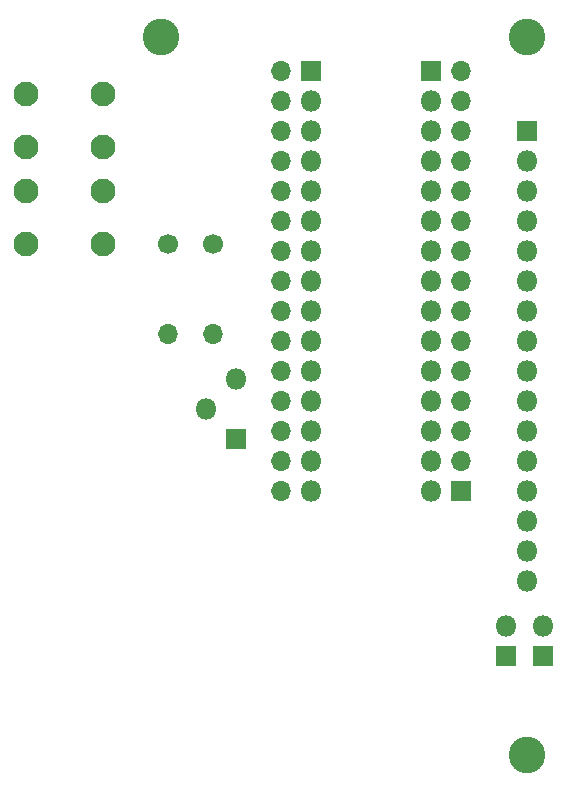
<source format=gbr>
%TF.GenerationSoftware,KiCad,Pcbnew,(5.1.6)-1*%
%TF.CreationDate,2022-01-11T18:37:24-04:00*%
%TF.ProjectId,LCD_adapter,4c43445f-6164-4617-9074-65722e6b6963,rev?*%
%TF.SameCoordinates,Original*%
%TF.FileFunction,Soldermask,Bot*%
%TF.FilePolarity,Negative*%
%FSLAX46Y46*%
G04 Gerber Fmt 4.6, Leading zero omitted, Abs format (unit mm)*
G04 Created by KiCad (PCBNEW (5.1.6)-1) date 2022-01-11 18:37:24*
%MOMM*%
%LPD*%
G01*
G04 APERTURE LIST*
%ADD10O,1.800000X1.800000*%
%ADD11R,1.800000X1.800000*%
%ADD12C,2.100000*%
%ADD13O,1.700000X1.700000*%
%ADD14C,1.700000*%
%ADD15C,3.100000*%
%ADD16R,1.700000X1.700000*%
G04 APERTURE END LIST*
D10*
%TO.C,J4*%
X170180000Y-111760000D03*
D11*
X170180000Y-114300000D03*
%TD*%
D10*
%TO.C,J3*%
X173355000Y-111760000D03*
D11*
X173355000Y-114300000D03*
%TD*%
D12*
%TO.C,SW2*%
X136040000Y-74930000D03*
X136040000Y-79430000D03*
X129540000Y-74930000D03*
X129540000Y-79430000D03*
%TD*%
%TO.C,SW1*%
X136040000Y-66675000D03*
X136040000Y-71175000D03*
X129540000Y-66675000D03*
X129540000Y-71175000D03*
%TD*%
D13*
%TO.C,R2*%
X141605000Y-86995000D03*
D14*
X141605000Y-79375000D03*
%TD*%
D13*
%TO.C,R1*%
X145415000Y-86995000D03*
D14*
X145415000Y-79375000D03*
%TD*%
D15*
%TO.C,REF\u002A\u002A*%
X141000000Y-61850000D03*
%TD*%
%TO.C,REF\u002A\u002A*%
X172000000Y-61850000D03*
%TD*%
%TO.C,REF\u002A\u002A*%
X172000000Y-122665000D03*
%TD*%
D10*
%TO.C,J2*%
X163830000Y-100330000D03*
X163830000Y-97790000D03*
X163830000Y-95250000D03*
X163830000Y-92710000D03*
X163830000Y-90170000D03*
X163830000Y-87630000D03*
X163830000Y-85090000D03*
X163830000Y-82550000D03*
X163830000Y-80010000D03*
X163830000Y-77470000D03*
X163830000Y-74930000D03*
X163830000Y-72390000D03*
X163830000Y-69850000D03*
X163830000Y-67310000D03*
D11*
X163830000Y-64770000D03*
%TD*%
D10*
%TO.C,J1*%
X153670000Y-100330000D03*
X153670000Y-97790000D03*
X153670000Y-95250000D03*
X153670000Y-92710000D03*
X153670000Y-90170000D03*
X153670000Y-87630000D03*
X153670000Y-85090000D03*
X153670000Y-82550000D03*
X153670000Y-80010000D03*
X153670000Y-77470000D03*
X153670000Y-74930000D03*
X153670000Y-72390000D03*
X153670000Y-69850000D03*
X153670000Y-67310000D03*
D11*
X153670000Y-64770000D03*
%TD*%
D13*
%TO.C,A1*%
X151130000Y-64770000D03*
X166370000Y-64770000D03*
X151130000Y-100330000D03*
X166370000Y-67310000D03*
X151130000Y-97790000D03*
X166370000Y-69850000D03*
X151130000Y-95250000D03*
X166370000Y-72390000D03*
X151130000Y-92710000D03*
X166370000Y-74930000D03*
X151130000Y-90170000D03*
X166370000Y-77470000D03*
X151130000Y-87630000D03*
X166370000Y-80010000D03*
X151130000Y-85090000D03*
X166370000Y-82550000D03*
X151130000Y-82550000D03*
X166370000Y-85090000D03*
X151130000Y-80010000D03*
X166370000Y-87630000D03*
X151130000Y-77470000D03*
X166370000Y-90170000D03*
X151130000Y-74930000D03*
X166370000Y-92710000D03*
X151130000Y-72390000D03*
X166370000Y-95250000D03*
X151130000Y-69850000D03*
X166370000Y-97790000D03*
X151130000Y-67310000D03*
D16*
X166370000Y-100330000D03*
%TD*%
D10*
%TO.C,RV1*%
X147320000Y-90805000D03*
X144780000Y-93345000D03*
D11*
X147320000Y-95885000D03*
%TD*%
D10*
%TO.C,U1*%
X172000000Y-107950000D03*
X172000000Y-105410000D03*
X172000000Y-102870000D03*
X172000000Y-100330000D03*
X172000000Y-97790000D03*
X172000000Y-95250000D03*
X172000000Y-92710000D03*
X172000000Y-90170000D03*
X172000000Y-87630000D03*
X172000000Y-85090000D03*
X172000000Y-82550000D03*
X172000000Y-80010000D03*
X172000000Y-77470000D03*
X172000000Y-74930000D03*
X172000000Y-72390000D03*
D11*
X172000000Y-69850000D03*
%TD*%
M02*

</source>
